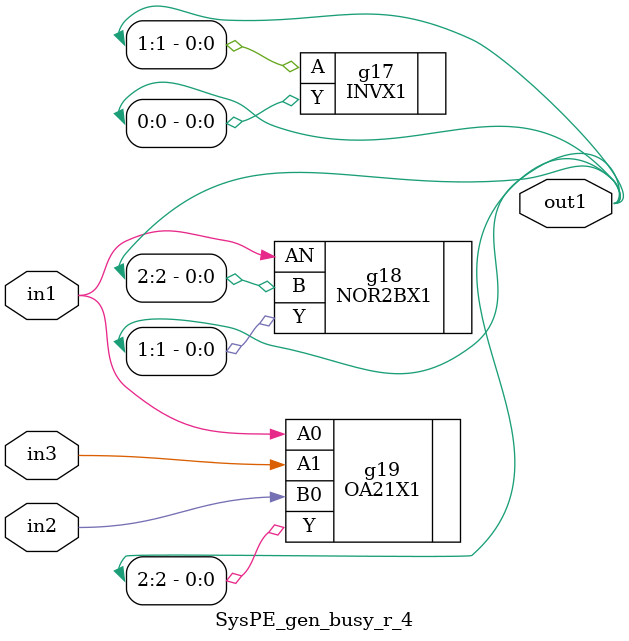
<source format=v>
`timescale 1ps / 1ps


module SysPE_gen_busy_r_4(in1, in2, in3, out1);
  input in1, in2, in3;
  output [2:0] out1;
  wire in1, in2, in3;
  wire [2:0] out1;
  INVX1 g17(.A (out1[1]), .Y (out1[0]));
  NOR2BX1 g18(.AN (in1), .B (out1[2]), .Y (out1[1]));
  OA21X1 g19(.A0 (in1), .A1 (in3), .B0 (in2), .Y (out1[2]));
endmodule



</source>
